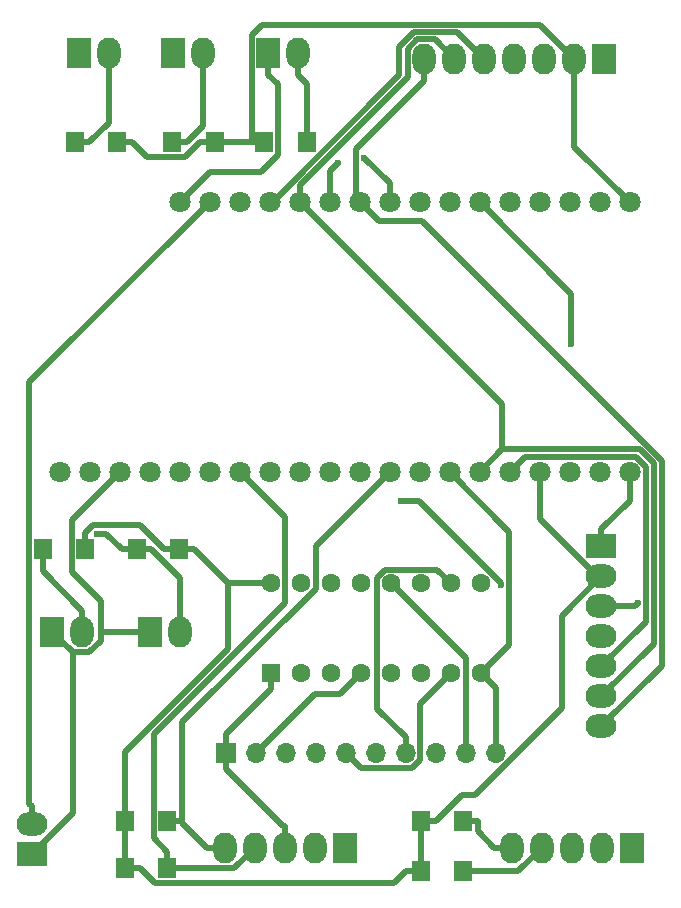
<source format=gtl>
G04 #@! TF.GenerationSoftware,KiCad,Pcbnew,(5.1.8)-1*
G04 #@! TF.CreationDate,2021-09-19T21:20:28+02:00*
G04 #@! TF.ProjectId,sdr-controller,7364722d-636f-46e7-9472-6f6c6c65722e,rev?*
G04 #@! TF.SameCoordinates,Original*
G04 #@! TF.FileFunction,Copper,L1,Top*
G04 #@! TF.FilePolarity,Positive*
%FSLAX46Y46*%
G04 Gerber Fmt 4.6, Leading zero omitted, Abs format (unit mm)*
G04 Created by KiCad (PCBNEW (5.1.8)-1) date 2021-09-19 21:20:28*
%MOMM*%
%LPD*%
G01*
G04 APERTURE LIST*
G04 #@! TA.AperFunction,ComponentPad*
%ADD10R,2.000000X2.600000*%
G04 #@! TD*
G04 #@! TA.AperFunction,ComponentPad*
%ADD11O,2.000000X2.600000*%
G04 #@! TD*
G04 #@! TA.AperFunction,ComponentPad*
%ADD12R,2.600000X2.000000*%
G04 #@! TD*
G04 #@! TA.AperFunction,ComponentPad*
%ADD13O,2.600000X2.000000*%
G04 #@! TD*
G04 #@! TA.AperFunction,SMDPad,CuDef*
%ADD14R,1.500000X1.800000*%
G04 #@! TD*
G04 #@! TA.AperFunction,ComponentPad*
%ADD15C,1.800000*%
G04 #@! TD*
G04 #@! TA.AperFunction,ComponentPad*
%ADD16C,1.600000*%
G04 #@! TD*
G04 #@! TA.AperFunction,ComponentPad*
%ADD17R,1.600000X1.600000*%
G04 #@! TD*
G04 #@! TA.AperFunction,ComponentPad*
%ADD18R,1.700000X1.700000*%
G04 #@! TD*
G04 #@! TA.AperFunction,ComponentPad*
%ADD19O,1.700000X1.700000*%
G04 #@! TD*
G04 #@! TA.AperFunction,ViaPad*
%ADD20C,0.600000*%
G04 #@! TD*
G04 #@! TA.AperFunction,Conductor*
%ADD21C,0.500000*%
G04 #@! TD*
G04 APERTURE END LIST*
D10*
X97830000Y-109250000D03*
D11*
X95290000Y-109250000D03*
X92750000Y-109250000D03*
X90210000Y-109250000D03*
X87670000Y-109250000D03*
D10*
X73500000Y-109250000D03*
D11*
X70960000Y-109250000D03*
X68420000Y-109250000D03*
X65880000Y-109250000D03*
X63340000Y-109250000D03*
D12*
X47000000Y-109750000D03*
D13*
X47000000Y-107210000D03*
D10*
X95500000Y-42500000D03*
D11*
X92960000Y-42500000D03*
X90420000Y-42500000D03*
X87880000Y-42500000D03*
X85340000Y-42500000D03*
X82800000Y-42500000D03*
X80260000Y-42500000D03*
D12*
X95250000Y-83750000D03*
D13*
X95250000Y-86290000D03*
X95250000Y-88830000D03*
X95250000Y-91370000D03*
X95250000Y-93910000D03*
X95250000Y-96450000D03*
X95250000Y-98990000D03*
D10*
X51000000Y-42000000D03*
D11*
X53540000Y-42000000D03*
D10*
X59000000Y-42000000D03*
D11*
X61540000Y-42000000D03*
D10*
X57000000Y-91000000D03*
D11*
X59540000Y-91000000D03*
D10*
X48750000Y-91000000D03*
D11*
X51290000Y-91000000D03*
D10*
X67000000Y-42000000D03*
D11*
X69540000Y-42000000D03*
D14*
X54250000Y-49500000D03*
X50650000Y-49500000D03*
X62500000Y-49500000D03*
X58900000Y-49500000D03*
X59500000Y-84000000D03*
X55900000Y-84000000D03*
X51550000Y-84000000D03*
X47950000Y-84000000D03*
X70300000Y-49500000D03*
X66700000Y-49500000D03*
D15*
X49370000Y-77430000D03*
X51910000Y-77430000D03*
X54450000Y-77430000D03*
X56990000Y-77430000D03*
X59530000Y-77430000D03*
X62070000Y-77430000D03*
X64610000Y-77430000D03*
X67150000Y-77430000D03*
X69690000Y-77430000D03*
X72230000Y-77430000D03*
X74770000Y-77430000D03*
X77310000Y-77430000D03*
X59530000Y-54570000D03*
X62070000Y-54570000D03*
X64610000Y-54570000D03*
X67150000Y-54570000D03*
X69690000Y-54570000D03*
X72230000Y-54570000D03*
X74770000Y-54570000D03*
X77310000Y-54570000D03*
X79850000Y-54570000D03*
X82390000Y-54570000D03*
X84930000Y-54570000D03*
X87470000Y-54570000D03*
X90010000Y-54570000D03*
X92550000Y-54570000D03*
X95090000Y-54570000D03*
X97630000Y-54570000D03*
X79850000Y-77430000D03*
X82390000Y-77430000D03*
X84930000Y-77430000D03*
X87470000Y-77430000D03*
X90010000Y-77430000D03*
X92550000Y-77430000D03*
X95090000Y-77430000D03*
X97630000Y-77430000D03*
D16*
X85030000Y-86880000D03*
X85030000Y-94500000D03*
X67250000Y-86880000D03*
X69790000Y-86880000D03*
X72330000Y-86880000D03*
X74870000Y-86880000D03*
X77410000Y-86880000D03*
X79950000Y-86880000D03*
X82490000Y-86880000D03*
X82490000Y-94500000D03*
X79950000Y-94500000D03*
X77410000Y-94500000D03*
X74870000Y-94500000D03*
X72330000Y-94500000D03*
X69790000Y-94500000D03*
D17*
X67250000Y-94500000D03*
D14*
X58500000Y-111000000D03*
X54900000Y-111000000D03*
X83550000Y-111250000D03*
X79950000Y-111250000D03*
X58500000Y-107000000D03*
X54900000Y-107000000D03*
X83550000Y-107000000D03*
X79950000Y-107000000D03*
D18*
X63420000Y-101250000D03*
D19*
X65960000Y-101250000D03*
X68500000Y-101250000D03*
X71040000Y-101250000D03*
X73580000Y-101250000D03*
X76120000Y-101250000D03*
X78660000Y-101250000D03*
X81200000Y-101250000D03*
X83740000Y-101250000D03*
X86280000Y-101250000D03*
D20*
X52539000Y-82671500D03*
X75137700Y-50833800D03*
X72926500Y-51240600D03*
X98373300Y-88574200D03*
X86760000Y-86971200D03*
X78244600Y-79857300D03*
X92700000Y-66601600D03*
D21*
X50468500Y-92718500D02*
X48750000Y-91000000D01*
X52870000Y-91000000D02*
X52870000Y-91713500D01*
X52870000Y-91713500D02*
X51865000Y-92718500D01*
X51865000Y-92718500D02*
X50468500Y-92718500D01*
X50468500Y-92718500D02*
X50468500Y-106281500D01*
X50468500Y-106281500D02*
X47000000Y-109750000D01*
X52870000Y-91000000D02*
X55500000Y-91000000D01*
X54450000Y-77430000D02*
X50399000Y-81481000D01*
X50399000Y-81481000D02*
X50399000Y-85899000D01*
X50399000Y-85899000D02*
X52870000Y-88370000D01*
X52870000Y-88370000D02*
X52870000Y-91000000D01*
X85030000Y-94500000D02*
X87447400Y-92082600D01*
X87447400Y-92082600D02*
X87447400Y-82487400D01*
X87447400Y-82487400D02*
X82390000Y-77430000D01*
X86280000Y-101250000D02*
X86280000Y-95750000D01*
X86280000Y-95750000D02*
X85030000Y-94500000D01*
X57000000Y-91000000D02*
X55500000Y-91000000D01*
X95250000Y-83750000D02*
X95250000Y-82250000D01*
X97630000Y-77430000D02*
X97630000Y-79870000D01*
X97630000Y-79870000D02*
X95250000Y-82250000D01*
X67000000Y-42000000D02*
X67000000Y-43800000D01*
X59530000Y-54570000D02*
X62065000Y-52035000D01*
X62065000Y-52035000D02*
X66397800Y-52035000D01*
X66397800Y-52035000D02*
X67827400Y-50605400D01*
X67827400Y-50605400D02*
X67827400Y-44627400D01*
X67827400Y-44627400D02*
X67000000Y-43800000D01*
X63420000Y-101250000D02*
X63420000Y-99630000D01*
X63420000Y-99630000D02*
X67250000Y-95800000D01*
X68420000Y-109250000D02*
X68420000Y-107450000D01*
X63420000Y-101250000D02*
X63420000Y-102600000D01*
X63420000Y-102600000D02*
X68270000Y-107450000D01*
X68270000Y-107450000D02*
X68420000Y-107450000D01*
X67250000Y-94500000D02*
X67250000Y-95800000D01*
X65960000Y-101250000D02*
X70974500Y-96235500D01*
X70974500Y-96235500D02*
X73134500Y-96235500D01*
X73134500Y-96235500D02*
X74870000Y-94500000D01*
X73580000Y-101250000D02*
X74869000Y-102539000D01*
X74869000Y-102539000D02*
X79179500Y-102539000D01*
X79179500Y-102539000D02*
X79887400Y-101831100D01*
X79887400Y-101831100D02*
X79887400Y-97102600D01*
X79887400Y-97102600D02*
X82490000Y-94500000D01*
X78660000Y-101250000D02*
X78660000Y-99900000D01*
X78660000Y-99900000D02*
X76230500Y-97470500D01*
X76230500Y-97470500D02*
X76230500Y-86393100D01*
X76230500Y-86393100D02*
X76923400Y-85700200D01*
X76923400Y-85700200D02*
X81310200Y-85700200D01*
X81310200Y-85700200D02*
X82490000Y-86880000D01*
X83740000Y-101250000D02*
X83740000Y-93210000D01*
X83740000Y-93210000D02*
X77410000Y-86880000D01*
X47000000Y-107210000D02*
X47000000Y-105710000D01*
X62070000Y-54570000D02*
X46822600Y-69817400D01*
X46822600Y-69817400D02*
X46822600Y-105532600D01*
X46822600Y-105532600D02*
X47000000Y-105710000D01*
X58500000Y-111000000D02*
X58500000Y-109600000D01*
X58500000Y-109600000D02*
X57372600Y-108472600D01*
X57372600Y-108472600D02*
X57372600Y-99587700D01*
X57372600Y-99587700D02*
X68429400Y-88530900D01*
X68429400Y-88530900D02*
X68429400Y-81249400D01*
X68429400Y-81249400D02*
X64610000Y-77430000D01*
X58500000Y-111000000D02*
X64130000Y-111000000D01*
X64130000Y-111000000D02*
X65880000Y-109250000D01*
X77310000Y-77430000D02*
X71060000Y-83680000D01*
X71060000Y-83680000D02*
X71060000Y-87339500D01*
X71060000Y-87339500D02*
X59750000Y-98649500D01*
X59750000Y-98649500D02*
X59750000Y-107000000D01*
X58500000Y-107000000D02*
X59750000Y-107000000D01*
X63340000Y-109250000D02*
X61840000Y-109250000D01*
X59750000Y-107000000D02*
X59750000Y-107160000D01*
X59750000Y-107160000D02*
X61840000Y-109250000D01*
X83550000Y-111250000D02*
X88210000Y-111250000D01*
X88210000Y-111250000D02*
X90210000Y-109250000D01*
X83550000Y-107000000D02*
X84800000Y-107000000D01*
X87670000Y-109250000D02*
X86170000Y-109250000D01*
X84800000Y-107000000D02*
X84800000Y-107880000D01*
X84800000Y-107880000D02*
X86170000Y-109250000D01*
X69540000Y-42000000D02*
X69540000Y-43800000D01*
X70300000Y-49500000D02*
X70300000Y-44560000D01*
X70300000Y-44560000D02*
X69540000Y-43800000D01*
X51290000Y-91000000D02*
X51290000Y-89200000D01*
X47950000Y-84000000D02*
X47950000Y-85860000D01*
X47950000Y-85860000D02*
X51290000Y-89200000D01*
X52539000Y-82671500D02*
X53321500Y-82671500D01*
X53321500Y-82671500D02*
X54650000Y-84000000D01*
X55900000Y-84000000D02*
X54650000Y-84000000D01*
X55900000Y-84000000D02*
X57150000Y-84000000D01*
X57150000Y-84000000D02*
X59540000Y-86390000D01*
X59540000Y-86390000D02*
X59540000Y-91000000D01*
X77310000Y-54570000D02*
X77310000Y-53006100D01*
X77310000Y-53006100D02*
X75137700Y-50833800D01*
X58900000Y-49500000D02*
X60150000Y-49500000D01*
X60150000Y-49500000D02*
X61540000Y-48110000D01*
X61540000Y-48110000D02*
X61540000Y-42000000D01*
X72230000Y-54570000D02*
X72230000Y-51937100D01*
X72230000Y-51937100D02*
X72926500Y-51240600D01*
X50650000Y-49500000D02*
X51900000Y-49500000D01*
X51900000Y-49500000D02*
X53540000Y-47860000D01*
X53540000Y-47860000D02*
X53540000Y-42000000D01*
X79950000Y-111250000D02*
X78700000Y-111250000D01*
X78700000Y-111250000D02*
X77672600Y-112277400D01*
X77672600Y-112277400D02*
X57427400Y-112277400D01*
X57427400Y-112277400D02*
X56150000Y-111000000D01*
X79950000Y-107000000D02*
X79950000Y-111250000D01*
X54900000Y-111000000D02*
X56150000Y-111000000D01*
X92960000Y-42500000D02*
X90023800Y-39563800D01*
X90023800Y-39563800D02*
X66523900Y-39563800D01*
X66523900Y-39563800D02*
X65622600Y-40465100D01*
X65622600Y-40465100D02*
X65622600Y-49500000D01*
X62500000Y-49500000D02*
X61250000Y-49500000D01*
X61250000Y-49500000D02*
X59972600Y-50777400D01*
X59972600Y-50777400D02*
X56777400Y-50777400D01*
X56777400Y-50777400D02*
X55500000Y-49500000D01*
X65622600Y-49500000D02*
X62500000Y-49500000D01*
X54250000Y-49500000D02*
X55500000Y-49500000D01*
X66700000Y-49500000D02*
X65622600Y-49500000D01*
X97630000Y-54570000D02*
X92960000Y-49900000D01*
X92960000Y-49900000D02*
X92960000Y-42500000D01*
X58250000Y-84000000D02*
X56179800Y-81929800D01*
X56179800Y-81929800D02*
X52220200Y-81929800D01*
X52220200Y-81929800D02*
X51550000Y-82600000D01*
X54900000Y-107000000D02*
X54900000Y-101173000D01*
X54900000Y-101173000D02*
X63630000Y-92443000D01*
X63630000Y-92443000D02*
X63630000Y-86880000D01*
X54900000Y-111000000D02*
X54900000Y-107000000D01*
X63630000Y-86880000D02*
X60750000Y-84000000D01*
X67250000Y-86880000D02*
X63630000Y-86880000D01*
X95079600Y-86460400D02*
X95250000Y-86290000D01*
X81200000Y-107000000D02*
X83438100Y-104761900D01*
X83438100Y-104761900D02*
X84545800Y-104761900D01*
X84545800Y-104761900D02*
X91900200Y-97407500D01*
X91900200Y-97407500D02*
X91900200Y-89639800D01*
X91900200Y-89639800D02*
X95079600Y-86460400D01*
X90010000Y-77430000D02*
X90010000Y-81390900D01*
X90010000Y-81390900D02*
X95079600Y-86460400D01*
X79950000Y-107000000D02*
X81200000Y-107000000D01*
X59500000Y-84000000D02*
X60750000Y-84000000D01*
X59500000Y-84000000D02*
X58250000Y-84000000D01*
X51550000Y-84000000D02*
X51550000Y-82600000D01*
X95250000Y-88830000D02*
X98117500Y-88830000D01*
X98117500Y-88830000D02*
X98373300Y-88574200D01*
X78244600Y-79857300D02*
X79766500Y-79857300D01*
X79766500Y-79857300D02*
X86760000Y-86850800D01*
X86760000Y-86850800D02*
X86760000Y-86971200D01*
X85340000Y-42500000D02*
X83031100Y-40191100D01*
X83031100Y-40191100D02*
X79401900Y-40191100D01*
X79401900Y-40191100D02*
X78132300Y-41460700D01*
X78132300Y-41460700D02*
X78132300Y-43852000D01*
X78132300Y-43852000D02*
X67414300Y-54570000D01*
X67414300Y-54570000D02*
X67150000Y-54570000D01*
X95250000Y-93910000D02*
X99050600Y-90109400D01*
X99050600Y-90109400D02*
X99050600Y-77000400D01*
X99050600Y-77000400D02*
X98202900Y-76152700D01*
X98202900Y-76152700D02*
X88747300Y-76152700D01*
X88747300Y-76152700D02*
X87470000Y-77430000D01*
X82800000Y-42500000D02*
X81118400Y-40818400D01*
X81118400Y-40818400D02*
X79661800Y-40818400D01*
X79661800Y-40818400D02*
X78882600Y-41597600D01*
X78882600Y-41597600D02*
X78882600Y-43989000D01*
X78882600Y-43989000D02*
X69690000Y-53181600D01*
X69690000Y-53181600D02*
X69690000Y-54570000D01*
X86834700Y-75525300D02*
X86834700Y-71714700D01*
X86834700Y-71714700D02*
X69690000Y-54570000D01*
X95250000Y-96450000D02*
X99677900Y-92022100D01*
X99677900Y-92022100D02*
X99677900Y-76722400D01*
X99677900Y-76722400D02*
X98480800Y-75525300D01*
X98480800Y-75525300D02*
X86834700Y-75525300D01*
X86834700Y-75525300D02*
X84930000Y-77430000D01*
X80260000Y-44300000D02*
X74460400Y-50099600D01*
X74460400Y-50099600D02*
X74460400Y-54260400D01*
X74460400Y-54260400D02*
X74770000Y-54570000D01*
X95250000Y-98990000D02*
X100337600Y-93902400D01*
X100337600Y-93902400D02*
X100337600Y-76490700D01*
X100337600Y-76490700D02*
X80050700Y-56203800D01*
X80050700Y-56203800D02*
X76403800Y-56203800D01*
X76403800Y-56203800D02*
X74770000Y-54570000D01*
X80260000Y-42500000D02*
X80260000Y-44300000D01*
X92700000Y-66601600D02*
X92700000Y-62340000D01*
X92700000Y-62340000D02*
X84930000Y-54570000D01*
M02*

</source>
